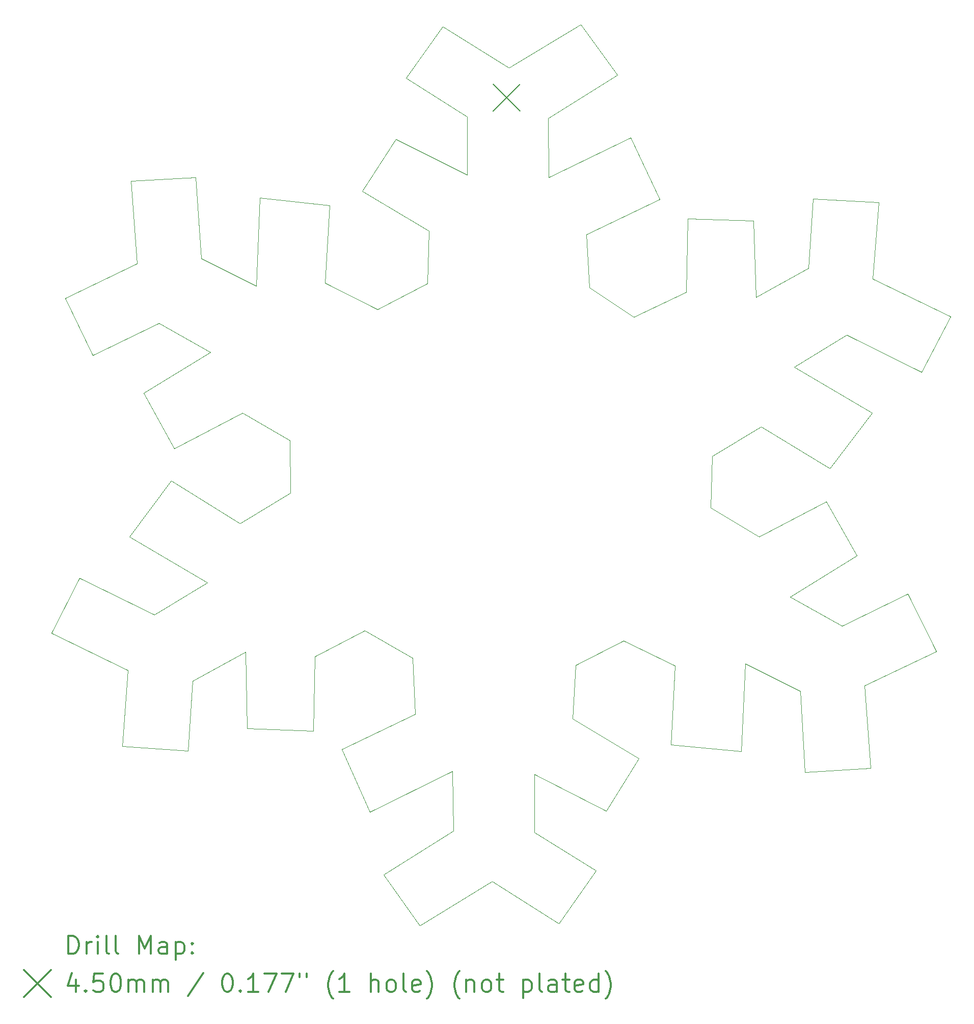
<source format=gbr>
%FSLAX45Y45*%
G04 Gerber Fmt 4.5, Leading zero omitted, Abs format (unit mm)*
G04 Created by KiCad (PCBNEW (5.1.9)-1) date 2021-12-13 22:42:06*
%MOMM*%
%LPD*%
G01*
G04 APERTURE LIST*
%TA.AperFunction,Profile*%
%ADD10C,0.050000*%
%TD*%
%ADD11C,0.200000*%
%ADD12C,0.300000*%
G04 APERTURE END LIST*
D10*
X13360400Y-2374900D02*
X14465300Y-3060700D01*
X12750800Y-3225800D02*
X13360400Y-2374900D01*
X13766800Y-3873500D02*
X12750800Y-3225800D01*
X13766800Y-4838700D02*
X13766800Y-3873500D01*
X12585700Y-4241800D02*
X13766800Y-4838700D01*
X12026900Y-5105400D02*
X12585700Y-4241800D01*
X13131800Y-5765800D02*
X12026900Y-5105400D01*
X13106400Y-6642100D02*
X13131800Y-5765800D01*
X12280900Y-7073900D02*
X13106400Y-6642100D01*
X11404600Y-6629400D02*
X12280900Y-7073900D01*
X11480800Y-5346700D02*
X11404600Y-6629400D01*
X10325100Y-5219700D02*
X11480800Y-5346700D01*
X10261600Y-6680200D02*
X10325100Y-5219700D01*
X9347200Y-6223000D02*
X10261600Y-6680200D01*
X9258300Y-4876800D02*
X9347200Y-6223000D01*
X8178800Y-4940300D02*
X9258300Y-4876800D01*
X8280400Y-6311900D02*
X8178800Y-4940300D01*
X7086600Y-6883400D02*
X8280400Y-6311900D01*
X7543800Y-7835900D02*
X7086600Y-6883400D01*
X8648700Y-7302500D02*
X7543800Y-7835900D01*
X9499600Y-7785100D02*
X8648700Y-7302500D01*
X8394700Y-8458200D02*
X9499600Y-7785100D01*
X8902700Y-9385300D02*
X8394700Y-8458200D01*
X10033000Y-8788400D02*
X8902700Y-9385300D01*
X10820400Y-9245600D02*
X10033000Y-8788400D01*
X10833100Y-10121900D02*
X10820400Y-9245600D01*
X9994900Y-10629900D02*
X10833100Y-10121900D01*
X8851900Y-9918700D02*
X9994900Y-10629900D01*
X8153400Y-10845800D02*
X8851900Y-9918700D01*
X9448800Y-11607800D02*
X8153400Y-10845800D01*
X8572500Y-12141200D02*
X9448800Y-11607800D01*
X7327900Y-11531600D02*
X8572500Y-12141200D01*
X6858000Y-12446000D02*
X7327900Y-11531600D01*
X8128000Y-13068300D02*
X6858000Y-12446000D01*
X8039100Y-14325600D02*
X8128000Y-13068300D01*
X9131300Y-14401800D02*
X8039100Y-14325600D01*
X9207500Y-13246100D02*
X9131300Y-14401800D01*
X10083800Y-12763500D02*
X9207500Y-13246100D01*
X10109200Y-14033500D02*
X10083800Y-12763500D01*
X11214100Y-14071600D02*
X10109200Y-14033500D01*
X11239500Y-12839700D02*
X11214100Y-14071600D01*
X12065000Y-12407900D02*
X11239500Y-12839700D01*
X12865100Y-12865100D02*
X12065000Y-12407900D01*
X12903200Y-13792200D02*
X12865100Y-12865100D01*
X11684000Y-14376400D02*
X12903200Y-13792200D01*
X12153900Y-15417800D02*
X11684000Y-14376400D01*
X13525500Y-14744700D02*
X12153900Y-15417800D01*
X13538200Y-15735300D02*
X13525500Y-14744700D01*
X12382500Y-16459200D02*
X13538200Y-15735300D01*
X12979400Y-17310100D02*
X12382500Y-16459200D01*
X14185900Y-16573500D02*
X12979400Y-17310100D01*
X15290800Y-17272000D02*
X14185900Y-16573500D01*
X15913100Y-16395700D02*
X15290800Y-17272000D01*
X14884400Y-15760700D02*
X15913100Y-16395700D01*
X14884400Y-14795500D02*
X14884400Y-15760700D01*
X16078200Y-15405100D02*
X14884400Y-14795500D01*
X16624300Y-14528800D02*
X16078200Y-15405100D01*
X15519400Y-13868400D02*
X16624300Y-14528800D01*
X15570200Y-12979400D02*
X15519400Y-13868400D01*
X16370300Y-12573000D02*
X15570200Y-12979400D01*
X17221200Y-12992100D02*
X16370300Y-12573000D01*
X17157700Y-14300200D02*
X17221200Y-12992100D01*
X18326100Y-14414500D02*
X17157700Y-14300200D01*
X18389600Y-12954000D02*
X18326100Y-14414500D01*
X19304000Y-13411200D02*
X18389600Y-12954000D01*
X19380200Y-14757400D02*
X19304000Y-13411200D01*
X20472400Y-14693900D02*
X19380200Y-14757400D01*
X20370800Y-13322300D02*
X20472400Y-14693900D01*
X21564600Y-12750800D02*
X20370800Y-13322300D01*
X21094700Y-11798300D02*
X21564600Y-12750800D01*
X20002500Y-12331700D02*
X21094700Y-11798300D01*
X19138900Y-11849100D02*
X20002500Y-12331700D01*
X20243800Y-11163300D02*
X19138900Y-11849100D01*
X19735800Y-10261600D02*
X20243800Y-11163300D01*
X18618200Y-10845800D02*
X19735800Y-10261600D01*
X17818100Y-10363200D02*
X18618200Y-10845800D01*
X17843500Y-9512300D02*
X17818100Y-10363200D01*
X18656300Y-9017000D02*
X17843500Y-9512300D01*
X19799300Y-9715500D02*
X18656300Y-9017000D01*
X20497800Y-8788400D02*
X19799300Y-9715500D01*
X19202400Y-8026400D02*
X20497800Y-8788400D01*
X20078700Y-7493000D02*
X19202400Y-8026400D01*
X21323300Y-8115300D02*
X20078700Y-7493000D01*
X21805900Y-7188200D02*
X21323300Y-8115300D01*
X20510500Y-6565900D02*
X21805900Y-7188200D01*
X20612100Y-5295900D02*
X20510500Y-6565900D01*
X19519900Y-5232400D02*
X20612100Y-5295900D01*
X19443700Y-6388100D02*
X19519900Y-5232400D01*
X18567400Y-6870700D02*
X19443700Y-6388100D01*
X18529300Y-5600700D02*
X18567400Y-6870700D01*
X17437100Y-5562600D02*
X18529300Y-5600700D01*
X17411700Y-6781800D02*
X17437100Y-5562600D01*
X16535400Y-7200900D02*
X17411700Y-6781800D01*
X15798800Y-6705600D02*
X16535400Y-7200900D01*
X15748000Y-5829300D02*
X15798800Y-6705600D01*
X16967200Y-5245100D02*
X15748000Y-5829300D01*
X16484600Y-4216400D02*
X16967200Y-5245100D01*
X15125700Y-4876800D02*
X16484600Y-4216400D01*
X15113000Y-3898900D02*
X15125700Y-4876800D01*
X16268700Y-3175000D02*
X15113000Y-3898900D01*
X15659100Y-2336800D02*
X16268700Y-3175000D01*
X14465300Y-3060700D02*
X15659100Y-2336800D01*
D11*
X14202200Y-3331000D02*
X14652200Y-3781000D01*
X14652200Y-3331000D02*
X14202200Y-3781000D01*
D12*
X7141928Y-17778314D02*
X7141928Y-17478314D01*
X7213357Y-17478314D01*
X7256214Y-17492600D01*
X7284786Y-17521172D01*
X7299071Y-17549743D01*
X7313357Y-17606886D01*
X7313357Y-17649743D01*
X7299071Y-17706886D01*
X7284786Y-17735457D01*
X7256214Y-17764029D01*
X7213357Y-17778314D01*
X7141928Y-17778314D01*
X7441928Y-17778314D02*
X7441928Y-17578314D01*
X7441928Y-17635457D02*
X7456214Y-17606886D01*
X7470500Y-17592600D01*
X7499071Y-17578314D01*
X7527643Y-17578314D01*
X7627643Y-17778314D02*
X7627643Y-17578314D01*
X7627643Y-17478314D02*
X7613357Y-17492600D01*
X7627643Y-17506886D01*
X7641928Y-17492600D01*
X7627643Y-17478314D01*
X7627643Y-17506886D01*
X7813357Y-17778314D02*
X7784786Y-17764029D01*
X7770500Y-17735457D01*
X7770500Y-17478314D01*
X7970500Y-17778314D02*
X7941928Y-17764029D01*
X7927643Y-17735457D01*
X7927643Y-17478314D01*
X8313357Y-17778314D02*
X8313357Y-17478314D01*
X8413357Y-17692600D01*
X8513357Y-17478314D01*
X8513357Y-17778314D01*
X8784786Y-17778314D02*
X8784786Y-17621172D01*
X8770500Y-17592600D01*
X8741928Y-17578314D01*
X8684786Y-17578314D01*
X8656214Y-17592600D01*
X8784786Y-17764029D02*
X8756214Y-17778314D01*
X8684786Y-17778314D01*
X8656214Y-17764029D01*
X8641928Y-17735457D01*
X8641928Y-17706886D01*
X8656214Y-17678314D01*
X8684786Y-17664029D01*
X8756214Y-17664029D01*
X8784786Y-17649743D01*
X8927643Y-17578314D02*
X8927643Y-17878314D01*
X8927643Y-17592600D02*
X8956214Y-17578314D01*
X9013357Y-17578314D01*
X9041928Y-17592600D01*
X9056214Y-17606886D01*
X9070500Y-17635457D01*
X9070500Y-17721172D01*
X9056214Y-17749743D01*
X9041928Y-17764029D01*
X9013357Y-17778314D01*
X8956214Y-17778314D01*
X8927643Y-17764029D01*
X9199071Y-17749743D02*
X9213357Y-17764029D01*
X9199071Y-17778314D01*
X9184786Y-17764029D01*
X9199071Y-17749743D01*
X9199071Y-17778314D01*
X9199071Y-17592600D02*
X9213357Y-17606886D01*
X9199071Y-17621172D01*
X9184786Y-17606886D01*
X9199071Y-17592600D01*
X9199071Y-17621172D01*
X6405500Y-18047600D02*
X6855500Y-18497600D01*
X6855500Y-18047600D02*
X6405500Y-18497600D01*
X7270500Y-18208314D02*
X7270500Y-18408314D01*
X7199071Y-18094029D02*
X7127643Y-18308314D01*
X7313357Y-18308314D01*
X7427643Y-18379743D02*
X7441928Y-18394029D01*
X7427643Y-18408314D01*
X7413357Y-18394029D01*
X7427643Y-18379743D01*
X7427643Y-18408314D01*
X7713357Y-18108314D02*
X7570500Y-18108314D01*
X7556214Y-18251172D01*
X7570500Y-18236886D01*
X7599071Y-18222600D01*
X7670500Y-18222600D01*
X7699071Y-18236886D01*
X7713357Y-18251172D01*
X7727643Y-18279743D01*
X7727643Y-18351172D01*
X7713357Y-18379743D01*
X7699071Y-18394029D01*
X7670500Y-18408314D01*
X7599071Y-18408314D01*
X7570500Y-18394029D01*
X7556214Y-18379743D01*
X7913357Y-18108314D02*
X7941928Y-18108314D01*
X7970500Y-18122600D01*
X7984786Y-18136886D01*
X7999071Y-18165457D01*
X8013357Y-18222600D01*
X8013357Y-18294029D01*
X7999071Y-18351172D01*
X7984786Y-18379743D01*
X7970500Y-18394029D01*
X7941928Y-18408314D01*
X7913357Y-18408314D01*
X7884786Y-18394029D01*
X7870500Y-18379743D01*
X7856214Y-18351172D01*
X7841928Y-18294029D01*
X7841928Y-18222600D01*
X7856214Y-18165457D01*
X7870500Y-18136886D01*
X7884786Y-18122600D01*
X7913357Y-18108314D01*
X8141928Y-18408314D02*
X8141928Y-18208314D01*
X8141928Y-18236886D02*
X8156214Y-18222600D01*
X8184786Y-18208314D01*
X8227643Y-18208314D01*
X8256214Y-18222600D01*
X8270500Y-18251172D01*
X8270500Y-18408314D01*
X8270500Y-18251172D02*
X8284786Y-18222600D01*
X8313357Y-18208314D01*
X8356214Y-18208314D01*
X8384786Y-18222600D01*
X8399071Y-18251172D01*
X8399071Y-18408314D01*
X8541928Y-18408314D02*
X8541928Y-18208314D01*
X8541928Y-18236886D02*
X8556214Y-18222600D01*
X8584786Y-18208314D01*
X8627643Y-18208314D01*
X8656214Y-18222600D01*
X8670500Y-18251172D01*
X8670500Y-18408314D01*
X8670500Y-18251172D02*
X8684786Y-18222600D01*
X8713357Y-18208314D01*
X8756214Y-18208314D01*
X8784786Y-18222600D01*
X8799071Y-18251172D01*
X8799071Y-18408314D01*
X9384786Y-18094029D02*
X9127643Y-18479743D01*
X9770500Y-18108314D02*
X9799071Y-18108314D01*
X9827643Y-18122600D01*
X9841928Y-18136886D01*
X9856214Y-18165457D01*
X9870500Y-18222600D01*
X9870500Y-18294029D01*
X9856214Y-18351172D01*
X9841928Y-18379743D01*
X9827643Y-18394029D01*
X9799071Y-18408314D01*
X9770500Y-18408314D01*
X9741928Y-18394029D01*
X9727643Y-18379743D01*
X9713357Y-18351172D01*
X9699071Y-18294029D01*
X9699071Y-18222600D01*
X9713357Y-18165457D01*
X9727643Y-18136886D01*
X9741928Y-18122600D01*
X9770500Y-18108314D01*
X9999071Y-18379743D02*
X10013357Y-18394029D01*
X9999071Y-18408314D01*
X9984786Y-18394029D01*
X9999071Y-18379743D01*
X9999071Y-18408314D01*
X10299071Y-18408314D02*
X10127643Y-18408314D01*
X10213357Y-18408314D02*
X10213357Y-18108314D01*
X10184786Y-18151172D01*
X10156214Y-18179743D01*
X10127643Y-18194029D01*
X10399071Y-18108314D02*
X10599071Y-18108314D01*
X10470500Y-18408314D01*
X10684786Y-18108314D02*
X10884786Y-18108314D01*
X10756214Y-18408314D01*
X10984786Y-18108314D02*
X10984786Y-18165457D01*
X11099071Y-18108314D02*
X11099071Y-18165457D01*
X11541928Y-18522600D02*
X11527643Y-18508314D01*
X11499071Y-18465457D01*
X11484786Y-18436886D01*
X11470500Y-18394029D01*
X11456214Y-18322600D01*
X11456214Y-18265457D01*
X11470500Y-18194029D01*
X11484786Y-18151172D01*
X11499071Y-18122600D01*
X11527643Y-18079743D01*
X11541928Y-18065457D01*
X11813357Y-18408314D02*
X11641928Y-18408314D01*
X11727643Y-18408314D02*
X11727643Y-18108314D01*
X11699071Y-18151172D01*
X11670500Y-18179743D01*
X11641928Y-18194029D01*
X12170500Y-18408314D02*
X12170500Y-18108314D01*
X12299071Y-18408314D02*
X12299071Y-18251172D01*
X12284786Y-18222600D01*
X12256214Y-18208314D01*
X12213357Y-18208314D01*
X12184786Y-18222600D01*
X12170500Y-18236886D01*
X12484786Y-18408314D02*
X12456214Y-18394029D01*
X12441928Y-18379743D01*
X12427643Y-18351172D01*
X12427643Y-18265457D01*
X12441928Y-18236886D01*
X12456214Y-18222600D01*
X12484786Y-18208314D01*
X12527643Y-18208314D01*
X12556214Y-18222600D01*
X12570500Y-18236886D01*
X12584786Y-18265457D01*
X12584786Y-18351172D01*
X12570500Y-18379743D01*
X12556214Y-18394029D01*
X12527643Y-18408314D01*
X12484786Y-18408314D01*
X12756214Y-18408314D02*
X12727643Y-18394029D01*
X12713357Y-18365457D01*
X12713357Y-18108314D01*
X12984786Y-18394029D02*
X12956214Y-18408314D01*
X12899071Y-18408314D01*
X12870500Y-18394029D01*
X12856214Y-18365457D01*
X12856214Y-18251172D01*
X12870500Y-18222600D01*
X12899071Y-18208314D01*
X12956214Y-18208314D01*
X12984786Y-18222600D01*
X12999071Y-18251172D01*
X12999071Y-18279743D01*
X12856214Y-18308314D01*
X13099071Y-18522600D02*
X13113357Y-18508314D01*
X13141928Y-18465457D01*
X13156214Y-18436886D01*
X13170500Y-18394029D01*
X13184786Y-18322600D01*
X13184786Y-18265457D01*
X13170500Y-18194029D01*
X13156214Y-18151172D01*
X13141928Y-18122600D01*
X13113357Y-18079743D01*
X13099071Y-18065457D01*
X13641928Y-18522600D02*
X13627643Y-18508314D01*
X13599071Y-18465457D01*
X13584786Y-18436886D01*
X13570500Y-18394029D01*
X13556214Y-18322600D01*
X13556214Y-18265457D01*
X13570500Y-18194029D01*
X13584786Y-18151172D01*
X13599071Y-18122600D01*
X13627643Y-18079743D01*
X13641928Y-18065457D01*
X13756214Y-18208314D02*
X13756214Y-18408314D01*
X13756214Y-18236886D02*
X13770500Y-18222600D01*
X13799071Y-18208314D01*
X13841928Y-18208314D01*
X13870500Y-18222600D01*
X13884786Y-18251172D01*
X13884786Y-18408314D01*
X14070500Y-18408314D02*
X14041928Y-18394029D01*
X14027643Y-18379743D01*
X14013357Y-18351172D01*
X14013357Y-18265457D01*
X14027643Y-18236886D01*
X14041928Y-18222600D01*
X14070500Y-18208314D01*
X14113357Y-18208314D01*
X14141928Y-18222600D01*
X14156214Y-18236886D01*
X14170500Y-18265457D01*
X14170500Y-18351172D01*
X14156214Y-18379743D01*
X14141928Y-18394029D01*
X14113357Y-18408314D01*
X14070500Y-18408314D01*
X14256214Y-18208314D02*
X14370500Y-18208314D01*
X14299071Y-18108314D02*
X14299071Y-18365457D01*
X14313357Y-18394029D01*
X14341928Y-18408314D01*
X14370500Y-18408314D01*
X14699071Y-18208314D02*
X14699071Y-18508314D01*
X14699071Y-18222600D02*
X14727643Y-18208314D01*
X14784786Y-18208314D01*
X14813357Y-18222600D01*
X14827643Y-18236886D01*
X14841928Y-18265457D01*
X14841928Y-18351172D01*
X14827643Y-18379743D01*
X14813357Y-18394029D01*
X14784786Y-18408314D01*
X14727643Y-18408314D01*
X14699071Y-18394029D01*
X15013357Y-18408314D02*
X14984786Y-18394029D01*
X14970500Y-18365457D01*
X14970500Y-18108314D01*
X15256214Y-18408314D02*
X15256214Y-18251172D01*
X15241928Y-18222600D01*
X15213357Y-18208314D01*
X15156214Y-18208314D01*
X15127643Y-18222600D01*
X15256214Y-18394029D02*
X15227643Y-18408314D01*
X15156214Y-18408314D01*
X15127643Y-18394029D01*
X15113357Y-18365457D01*
X15113357Y-18336886D01*
X15127643Y-18308314D01*
X15156214Y-18294029D01*
X15227643Y-18294029D01*
X15256214Y-18279743D01*
X15356214Y-18208314D02*
X15470500Y-18208314D01*
X15399071Y-18108314D02*
X15399071Y-18365457D01*
X15413357Y-18394029D01*
X15441928Y-18408314D01*
X15470500Y-18408314D01*
X15684786Y-18394029D02*
X15656214Y-18408314D01*
X15599071Y-18408314D01*
X15570500Y-18394029D01*
X15556214Y-18365457D01*
X15556214Y-18251172D01*
X15570500Y-18222600D01*
X15599071Y-18208314D01*
X15656214Y-18208314D01*
X15684786Y-18222600D01*
X15699071Y-18251172D01*
X15699071Y-18279743D01*
X15556214Y-18308314D01*
X15956214Y-18408314D02*
X15956214Y-18108314D01*
X15956214Y-18394029D02*
X15927643Y-18408314D01*
X15870500Y-18408314D01*
X15841928Y-18394029D01*
X15827643Y-18379743D01*
X15813357Y-18351172D01*
X15813357Y-18265457D01*
X15827643Y-18236886D01*
X15841928Y-18222600D01*
X15870500Y-18208314D01*
X15927643Y-18208314D01*
X15956214Y-18222600D01*
X16070500Y-18522600D02*
X16084786Y-18508314D01*
X16113357Y-18465457D01*
X16127643Y-18436886D01*
X16141928Y-18394029D01*
X16156214Y-18322600D01*
X16156214Y-18265457D01*
X16141928Y-18194029D01*
X16127643Y-18151172D01*
X16113357Y-18122600D01*
X16084786Y-18079743D01*
X16070500Y-18065457D01*
M02*

</source>
